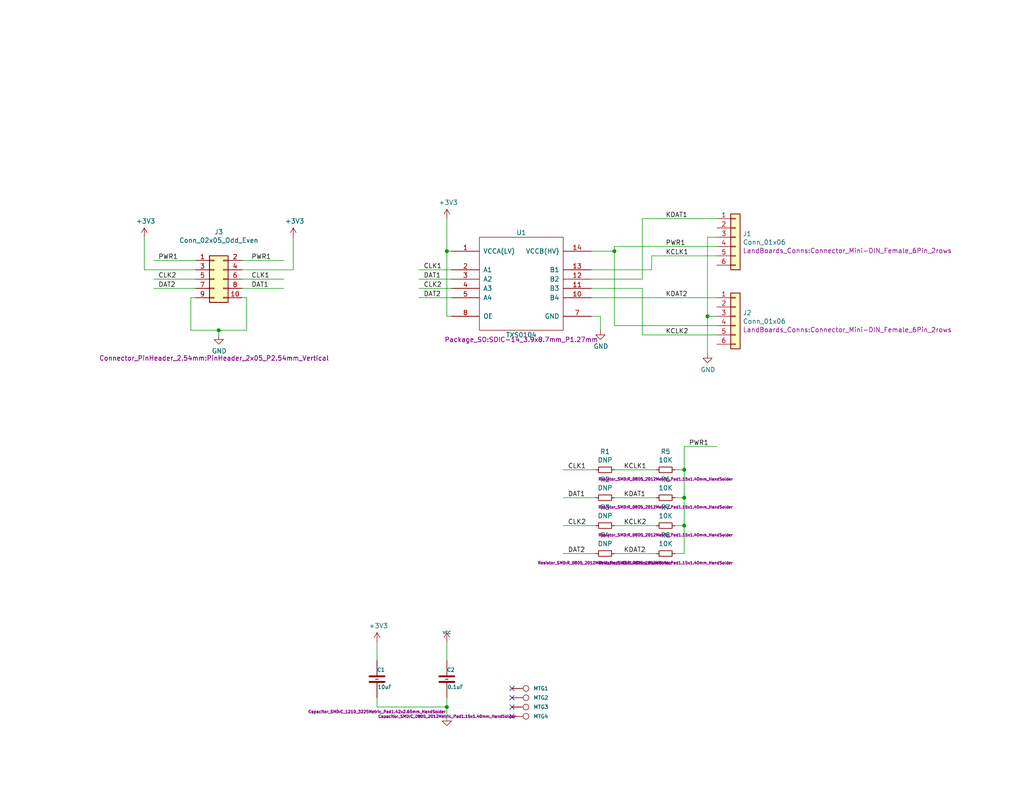
<source format=kicad_sch>
(kicad_sch (version 20211123) (generator eeschema)
  (paper "A")
  (title_block (title "PS2X49 Card") (date "2020-01-16") (rev "3") (company "land-boards.com") (comment 1 "Dual PS/2 connectors"))
  (lib_symbols
    (symbol "Connector_Generic:Conn_01x06" (pin_names (offset 1.016) hide)
      (property "Reference" "J" (at 0 7.62 0))
      (property "Value" "Conn_01x06" (at 0 -10.16 0))
      (symbol "Conn_01x06_1_1"
        (rectangle (start -1.27 -7.493) (end 0 -7.747) (stroke (width 0.1524)))
        (rectangle (start -1.27 -4.953) (end 0 -5.207) (stroke (width 0.1524)))
        (rectangle (start -1.27 -2.413) (end 0 -2.667) (stroke (width 0.1524)))
        (rectangle (start -1.27 0.127) (end 0 -0.127) (stroke (width 0.1524)))
        (rectangle (start -1.27 2.667) (end 0 2.413) (stroke (width 0.1524)))
        (rectangle (start -1.27 5.207) (end 0 4.953) (stroke (width 0.1524)))
        (rectangle (start -1.27 6.35) (end 1.27 -8.89) (stroke (width 0.254)) (fill (type background)))
        (pin passive line (at -5.08 5.08 0) (length 3.81) (name "Pin_1") (number "1"))
        (pin passive line (at -5.08 2.54 0) (length 3.81) (name "Pin_2") (number "2"))
        (pin passive line (at -5.08 0 0) (length 3.81) (name "Pin_3") (number "3"))
        (pin passive line (at -5.08 -2.54 0) (length 3.81) (name "Pin_4") (number "4"))
        (pin passive line (at -5.08 -5.08 0) (length 3.81) (name "Pin_5") (number "5"))
        (pin passive line (at -5.08 -7.62 0) (length 3.81) (name "Pin_6") (number "6"))
      )
    )
    (symbol "Connector_Generic:Conn_02x05_Odd_Even" (pin_names (offset 1.016) hide)
      (property "Reference" "J" (at 1.27 7.62 0))
      (property "Value" "Conn_02x05_Odd_Even" (at 1.27 -7.62 0))
      (symbol "Conn_02x05_Odd_Even_1_1"
        (rectangle (start -1.27 -4.953) (end 0 -5.207) (stroke (width 0.1524)))
        (rectangle (start -1.27 -2.413) (end 0 -2.667) (stroke (width 0.1524)))
        (rectangle (start -1.27 0.127) (end 0 -0.127) (stroke (width 0.1524)))
        (rectangle (start -1.27 2.667) (end 0 2.413) (stroke (width 0.1524)))
        (rectangle (start -1.27 5.207) (end 0 4.953) (stroke (width 0.1524)))
        (rectangle (start -1.27 6.35) (end 3.81 -6.35) (stroke (width 0.254)) (fill (type background)))
        (rectangle (start 3.81 -4.953) (end 2.54 -5.207) (stroke (width 0.1524)))
        (rectangle (start 3.81 -2.413) (end 2.54 -2.667) (stroke (width 0.1524)))
        (rectangle (start 3.81 0.127) (end 2.54 -0.127) (stroke (width 0.1524)))
        (rectangle (start 3.81 2.667) (end 2.54 2.413) (stroke (width 0.1524)))
        (rectangle (start 3.81 5.207) (end 2.54 4.953) (stroke (width 0.1524)))
        (pin passive line (at -5.08 5.08 0) (length 3.81) (name "Pin_1") (number "1"))
        (pin passive line (at 7.62 -5.08 180) (length 3.81) (name "Pin_10") (number "10"))
        (pin passive line (at 7.62 5.08 180) (length 3.81) (name "Pin_2") (number "2"))
        (pin passive line (at -5.08 2.54 0) (length 3.81) (name "Pin_3") (number "3"))
        (pin passive line (at 7.62 2.54 180) (length 3.81) (name "Pin_4") (number "4"))
        (pin passive line (at -5.08 0 0) (length 3.81) (name "Pin_5") (number "5"))
        (pin passive line (at 7.62 0 180) (length 3.81) (name "Pin_6") (number "6"))
        (pin passive line (at -5.08 -2.54 0) (length 3.81) (name "Pin_7") (number "7"))
        (pin passive line (at 7.62 -2.54 180) (length 3.81) (name "Pin_8") (number "8"))
        (pin passive line (at -5.08 -5.08 0) (length 3.81) (name "Pin_9") (number "9"))
      )
    )
    (symbol "Device:R_Small" (pin_numbers hide) (pin_names (offset 0.254) hide)
      (property "Reference" "R" (at 0.762 0.508 0))
      (property "Value" "R_Small" (at 0.762 -1.016 0))
      (symbol "R_Small_0_1"
        (rectangle (start -0.762 1.778) (end 0.762 -1.778) (stroke (width 0.2032)))
      )
      (symbol "R_Small_1_1"
        (pin passive line (at 0 2.54 270) (length 0.762) (name "~") (number "1"))
        (pin passive line (at 0 -2.54 90) (length 0.762) (name "~") (number "2"))
      )
    )
    (symbol "LandBoards_Semis:TXS0104" (pin_names (offset 1.016))
      (property "Reference" "U" (at -2.54 13.97 0))
      (property "Value" "TXS0104" (at -1.27 -13.97 0))
      (symbol "TXS0104_1_0"
        (rectangle (start -11.43 -12.7) (end 11.43 12.7))
      )
      (symbol "TXS0104_1_1"
        (pin passive line (at -19.05 8.89 0) (length 7.62) (name "VCCA(LV)") (number "1"))
        (pin bidirectional line (at 19.05 -3.81 180) (length 7.62) (name "B4") (number "10"))
        (pin bidirectional line (at 19.05 -1.27 180) (length 7.62) (name "B3") (number "11"))
        (pin bidirectional line (at 19.05 1.27 180) (length 7.62) (name "B2") (number "12"))
        (pin bidirectional line (at 19.05 3.81 180) (length 7.62) (name "B1") (number "13"))
        (pin passive line (at 19.05 8.89 180) (length 7.62) (name "VCCB(HV)") (number "14"))
        (pin bidirectional line (at -19.05 3.81 0) (length 7.62) (name "A1") (number "2"))
        (pin bidirectional line (at -19.05 1.27 0) (length 7.62) (name "A2") (number "3"))
        (pin bidirectional line (at -19.05 -1.27 0) (length 7.62) (name "A3") (number "4"))
        (pin bidirectional line (at -19.05 -3.81 0) (length 7.62) (name "A4") (number "5"))
        (pin passive line (at 19.05 -8.89 180) (length 7.62) (name "GND") (number "7"))
        (pin input line (at -19.05 -8.89 0) (length 7.62) (name "OE") (number "8"))
      )
    )
    (symbol "PS2X49-rescue:C-RESCUE-GRID49-GRID49-rescue" (pin_numbers hide) (pin_names (offset 0.254))
      (property "Reference" "C" (at 0 2.54 0))
      (property "Value" "C-RESCUE-GRID49-GRID49-rescue" (at 0.1524 -2.159 0))
      (symbol "C-RESCUE-GRID49-GRID49-rescue_0_1"
        (polyline (pts (xy -2.032 -0.762) (xy 2.032 -0.762)) (stroke (width 0.508)))
        (polyline (pts (xy -2.032 0.762) (xy 2.032 0.762)) (stroke (width 0.508)))
      )
      (symbol "C-RESCUE-GRID49-GRID49-rescue_1_1"
        (pin passive line (at 0 5.08 270) (length 4.318) (name "~") (number "1"))
        (pin passive line (at 0 -5.08 90) (length 4.318) (name "~") (number "2"))
      )
    )
    (symbol "PS2X49-rescue:CONN_1-GRID49-rescue" (pin_numbers hide) (pin_names (offset 0.762) hide)
      (property "Reference" "P" (at 2.032 0 0))
      (symbol "CONN_1-GRID49-rescue_0_1"
        (polyline (pts (xy -0.762 0) (xy -1.27 0)))
        (circle (center 0 0) (radius 0.7874))
      )
      (symbol "CONN_1-GRID49-rescue_1_1"
        (pin passive line (at -3.81 0 0) (length 2.54) (name "1") (number "1"))
      )
    )
    (symbol "PS2X49-rescue:GND-RESCUE-GRID49-GRID49-rescue" (power) (pin_names (offset 0))
      (symbol "GND-RESCUE-GRID49-GRID49-rescue_0_1"
        (polyline (pts (xy -1.27 0) (xy 0 -1.27) (xy 1.27 0) (xy -1.27 0)))
      )
      (symbol "GND-RESCUE-GRID49-GRID49-rescue_1_1"
        (pin power_in line (at 0 0 90) (length 0) hide (name "GND") (number "1"))
      )
    )
    (symbol "power:+3.3V" (power) (pin_names (offset 0))
      (property "Value" "+3.3V" (at 0 3.556 0))
      (symbol "+3.3V_0_1"
        (polyline (pts (xy -0.762 1.27) (xy 0 2.54)))
        (polyline (pts (xy 0 0) (xy 0 2.54)))
        (polyline (pts (xy 0 2.54) (xy 0.762 1.27)))
      )
      (symbol "+3.3V_1_1"
        (pin power_in line (at 0 0 90) (length 0) hide (name "+3V3") (number "1"))
      )
    )
    (symbol "power:GND" (power) (pin_names (offset 0))
      (property "Value" "GND" (at 0 -3.81 0))
      (symbol "GND_0_1"
        (polyline (pts (xy 0 0) (xy 0 -1.27) (xy 1.27 -1.27) (xy 0 -2.54) (xy -1.27 -1.27) (xy 0 -1.27)))
      )
      (symbol "GND_1_1"
        (pin power_in line (at 0 0 270) (length 0) hide (name "GND") (number "1"))
      )
    )
    (symbol "power:VCC" (power) (pin_names (offset 0))
      (property "Value" "VCC" (at 0 3.81 0))
      (symbol "VCC_0_1"
        (polyline (pts (xy -0.762 1.27) (xy 0 2.54)))
        (polyline (pts (xy 0 0) (xy 0 2.54)))
        (polyline (pts (xy 0 2.54) (xy 0.762 1.27)))
      )
      (symbol "VCC_1_1"
        (pin power_in line (at 0 0 90) (length 0) hide (name "VCC") (number "1"))
      )
    )
  )
  (junction (at 186.69 135.89))
  (junction (at 167.64 68.58))
  (junction (at 121.92 68.58))
  (junction (at 121.92 193.04))
  (junction (at 186.69 143.51))
  (junction (at 59.69 90.17))
  (junction (at 186.69 128.27))
  (junction (at 193.04 86.36))
  (no_connect (at 139.7 187.96))
  (no_connect (at 139.7 195.58))
  (no_connect (at 139.7 193.04))
  (no_connect (at 139.7 190.5))
  (wire (pts (xy 121.92 175.26) (xy 121.92 180.34)))
  (wire (pts (xy 184.15 151.13) (xy 186.69 151.13)))
  (wire (pts (xy 153.67 143.51) (xy 162.56 143.51)))
  (wire (pts (xy 193.04 64.77) (xy 193.04 86.36)))
  (wire (pts (xy 186.69 135.89) (xy 186.69 128.27)))
  (wire (pts (xy 66.04 73.66) (xy 80.01 73.66)))
  (wire (pts (xy 161.29 73.66) (xy 177.8 73.66)))
  (wire (pts (xy 167.64 135.89) (xy 179.07 135.89)))
  (wire (pts (xy 161.29 76.2) (xy 175.26 76.2)))
  (wire (pts (xy 163.83 86.36) (xy 163.83 90.17)))
  (wire (pts (xy 66.04 76.2) (xy 77.47 76.2)))
  (wire (pts (xy 53.34 71.12) (xy 41.91 71.12)))
  (wire (pts (xy 39.37 64.77) (xy 39.37 73.66)))
  (wire (pts (xy 177.8 73.66) (xy 177.8 69.85)))
  (wire (pts (xy 175.26 76.2) (xy 175.26 59.69)))
  (wire (pts (xy 102.87 190.5) (xy 102.87 193.04)))
  (wire (pts (xy 80.01 73.66) (xy 80.01 64.77)))
  (wire (pts (xy 59.69 90.17) (xy 59.69 91.44)))
  (wire (pts (xy 153.67 128.27) (xy 162.56 128.27)))
  (wire (pts (xy 53.34 81.28) (xy 52.07 81.28)))
  (wire (pts (xy 195.58 86.36) (xy 193.04 86.36)))
  (wire (pts (xy 121.92 68.58) (xy 121.92 59.69)))
  (wire (pts (xy 177.8 69.85) (xy 195.58 69.85)))
  (wire (pts (xy 67.31 90.17) (xy 67.31 81.28)))
  (wire (pts (xy 66.04 78.74) (xy 77.47 78.74)))
  (wire (pts (xy 41.91 78.74) (xy 53.34 78.74)))
  (wire (pts (xy 114.3 81.28) (xy 123.19 81.28)))
  (wire (pts (xy 121.92 68.58) (xy 123.19 68.58)))
  (wire (pts (xy 175.26 78.74) (xy 175.26 91.44)))
  (wire (pts (xy 186.69 128.27) (xy 186.69 121.92)))
  (wire (pts (xy 59.69 90.17) (xy 67.31 90.17)))
  (wire (pts (xy 102.87 175.26) (xy 102.87 180.34)))
  (wire (pts (xy 167.64 88.9) (xy 195.58 88.9)))
  (wire (pts (xy 195.58 64.77) (xy 193.04 64.77)))
  (wire (pts (xy 161.29 78.74) (xy 175.26 78.74)))
  (wire (pts (xy 52.07 81.28) (xy 52.07 90.17)))
  (wire (pts (xy 186.69 143.51) (xy 186.69 135.89)))
  (wire (pts (xy 53.34 73.66) (xy 39.37 73.66)))
  (wire (pts (xy 114.3 78.74) (xy 123.19 78.74)))
  (wire (pts (xy 114.3 76.2) (xy 123.19 76.2)))
  (wire (pts (xy 77.47 71.12) (xy 66.04 71.12)))
  (wire (pts (xy 167.64 143.51) (xy 179.07 143.51)))
  (wire (pts (xy 161.29 81.28) (xy 195.58 81.28)))
  (wire (pts (xy 153.67 151.13) (xy 162.56 151.13)))
  (wire (pts (xy 175.26 59.69) (xy 195.58 59.69)))
  (wire (pts (xy 186.69 151.13) (xy 186.69 143.51)))
  (wire (pts (xy 121.92 190.5) (xy 121.92 193.04)))
  (wire (pts (xy 121.92 68.58) (xy 121.92 86.36)))
  (wire (pts (xy 161.29 86.36) (xy 163.83 86.36)))
  (wire (pts (xy 167.64 68.58) (xy 167.64 88.9)))
  (wire (pts (xy 153.67 135.89) (xy 162.56 135.89)))
  (wire (pts (xy 175.26 91.44) (xy 195.58 91.44)))
  (wire (pts (xy 41.91 76.2) (xy 53.34 76.2)))
  (wire (pts (xy 184.15 128.27) (xy 186.69 128.27)))
  (wire (pts (xy 114.3 73.66) (xy 123.19 73.66)))
  (wire (pts (xy 184.15 135.89) (xy 186.69 135.89)))
  (wire (pts (xy 167.64 67.31) (xy 167.64 68.58)))
  (wire (pts (xy 121.92 193.04) (xy 121.92 196.85)))
  (wire (pts (xy 121.92 86.36) (xy 123.19 86.36)))
  (wire (pts (xy 161.29 68.58) (xy 167.64 68.58)))
  (wire (pts (xy 102.87 193.04) (xy 121.92 193.04)))
  (wire (pts (xy 167.64 151.13) (xy 179.07 151.13)))
  (wire (pts (xy 167.64 67.31) (xy 195.58 67.31)))
  (wire (pts (xy 186.69 121.92) (xy 195.58 121.92)))
  (wire (pts (xy 167.64 128.27) (xy 179.07 128.27)))
  (wire (pts (xy 184.15 143.51) (xy 186.69 143.51)))
  (wire (pts (xy 52.07 90.17) (xy 59.69 90.17)))
  (wire (pts (xy 67.31 81.28) (xy 66.04 81.28)))
  (wire (pts (xy 193.04 86.36) (xy 193.04 96.52)))
  (label "CLK2" (at 115.57 78.74 0))
  (label "DAT1" (at 154.94 135.89 0))
  (label "KCLK1" (at 170.18 128.27 0))
  (label "CLK1" (at 115.57 73.66 0))
  (label "DAT2" (at 154.94 151.13 0))
  (label "KDAT1" (at 181.61 59.69 0))
  (label "DAT1" (at 115.57 76.2 0))
  (label "PWR1" (at 181.61 67.31 0))
  (label "KCLK2" (at 181.61 91.44 0))
  (label "KDAT2" (at 181.61 81.28 0))
  (label "CLK1" (at 154.94 128.27 0))
  (label "CLK2" (at 154.94 143.51 0))
  (label "DAT2" (at 115.57 81.28 0))
  (label "DAT2" (at 43.18 78.74 0))
  (label "CLK2" (at 43.18 76.2 0))
  (label "KDAT1" (at 170.18 135.89 0))
  (label "KCLK1" (at 181.61 69.85 0))
  (label "DAT1" (at 68.58 78.74 0))
  (label "PWR1" (at 68.58 71.12 0))
  (label "KDAT2" (at 170.18 151.13 0))
  (label "KCLK2" (at 170.18 143.51 0))
  (label "PWR1" (at 43.18 71.12 0))
  (label "PWR1" (at 187.96 121.92 0))
  (label "CLK1" (at 68.58 76.2 0))
  (symbol (lib_id "PS2X49-rescue:GND-RESCUE-GRID49-GRID49-rescue") (at 121.92 196.85 0) (unit 1)
    (property "Reference" "#PWR02" (effects hide))
    (property "Value" "GND" (effects hide))
  )
  (symbol (lib_id "power:VCC") (at 121.92 175.26 0) (unit 1)
    (property "Reference" "#PWR01" (effects hide))
    (property "Value" "VCC" (at 121.92 172.72 0) (effects (font (size 0.762 0.762))))
  )
  (symbol (lib_id "PS2X49-rescue:CONN_1-GRID49-rescue") (at 143.51 187.96 0) (unit 1)
    (property "Reference" "MTG1" (at 145.542 187.96 0) (effects (font (size 1.016 1.016)) (justify left)))
    (property "Value" "CONN_1" (effects hide))
    (property "Footprint" "MTG-4-40" (effects hide))
  )
  (symbol (lib_id "PS2X49-rescue:CONN_1-GRID49-rescue") (at 143.51 190.5 0) (unit 1)
    (property "Reference" "MTG2" (at 145.542 190.5 0) (effects (font (size 1.016 1.016)) (justify left)))
    (property "Value" "CONN_1" (effects hide))
    (property "Footprint" "MTG-4-40" (effects hide))
  )
  (symbol (lib_id "PS2X49-rescue:CONN_1-GRID49-rescue") (at 143.51 195.58 0) (unit 1)
    (property "Reference" "MTG4" (at 145.542 195.58 0) (effects (font (size 1.016 1.016)) (justify left)))
    (property "Value" "CONN_1" (effects hide))
    (property "Footprint" "MTG-4-40" (effects hide))
  )
  (symbol (lib_id "PS2X49-rescue:CONN_1-GRID49-rescue") (at 143.51 193.04 0) (unit 1)
    (property "Reference" "MTG3" (at 145.542 193.04 0) (effects (font (size 1.016 1.016)) (justify left)))
    (property "Value" "CONN_1" (effects hide))
    (property "Footprint" "MTG-4-40" (effects hide))
  )
  (symbol (lib_id "PS2X49-rescue:C-RESCUE-GRID49-GRID49-rescue") (at 102.87 185.42 0) (unit 1)
    (property "Reference" "C1" (at 102.87 182.88 0) (effects (font (size 1.016 1.016)) (justify left)))
    (property "Value" "10uF" (at 103.0224 187.579 0) (effects (font (size 1.016 1.016)) (justify left)))
    (property "Footprint" "Capacitor_SMD:C_1210_3225Metric_Pad1.42x2.65mm_HandSolder" (at 102.87 194.31 0) (effects (font (size 0.762 0.762))))
    (property "Datasheet" "~" (at 102.87 185.42 0) (effects (font (size 1.524 1.524))))
  )
  (symbol (lib_id "Connector_Generic:Conn_01x06") (at 200.66 64.77 0) (unit 1)
    (property "Reference" "J1" (at 202.6666 63.8302 0) (effects (justify left)))
    (property "Value" "Conn_01x06" (at 202.6666 66.1416 0) (effects (justify left)))
    (property "Footprint" "LandBoards_Conns:Connector_Mini-DIN_Female_6Pin_2rows" (at 202.6666 68.453 0) (effects (justify left)))
  )
  (symbol (lib_id "Connector_Generic:Conn_01x06") (at 200.66 86.36 0) (unit 1)
    (property "Reference" "J2" (at 202.6666 85.4202 0) (effects (justify left)))
    (property "Value" "Conn_01x06" (at 202.6666 87.7316 0) (effects (justify left)))
    (property "Footprint" "LandBoards_Conns:Connector_Mini-DIN_Female_6Pin_2rows" (at 202.6666 90.043 0) (effects (justify left)))
  )
  (symbol (lib_id "power:GND") (at 59.69 91.44 0) (unit 1)
    (property "Reference" "#PWR0101" (effects hide))
    (property "Value" "GND" (at 59.817 95.8342 0))
  )
  (symbol (lib_id "power:GND") (at 193.04 96.52 0) (unit 1)
    (property "Reference" "#PWR0103" (effects hide))
    (property "Value" "GND" (at 193.167 100.9142 0))
  )
  (symbol (lib_id "Connector_Generic:Conn_02x05_Odd_Even") (at 58.42 76.2 0) (unit 1)
    (property "Reference" "J3" (at 59.69 63.3222 0))
    (property "Value" "Conn_02x05_Odd_Even" (at 59.69 65.6336 0))
    (property "Footprint" "Connector_PinHeader_2.54mm:PinHeader_2x05_P2.54mm_Vertical" (at 58.42 97.79 0))
  )
  (symbol (lib_id "LandBoards_Semis:TXS0104") (at 142.24 77.47 0) (unit 1)
    (property "Reference" "U1" (at 142.24 63.5 0))
    (property "Value" "TXS0104" (at 142.24 91.44 0))
    (property "Footprint" "Package_SO:SOIC-14_3.9x8.7mm_P1.27mm" (at 142.24 92.71 0))
    (property "Datasheet" "http://www.ti.com/lit/ds/symlink/txs0104e.pdf" (effects hide))
  )
  (symbol (lib_id "power:GND") (at 163.83 90.17 0) (unit 1)
    (property "Reference" "#PWR0105" (effects hide))
    (property "Value" "GND" (at 163.957 94.5642 0))
  )
  (symbol (lib_id "power:+3.3V") (at 80.01 64.77 0) (unit 1)
    (property "Reference" "#PWR0108" (effects hide))
    (property "Value" "+3.3V" (at 80.391 60.3758 0))
  )
  (symbol (lib_id "power:+3.3V") (at 39.37 64.77 0) (unit 1)
    (property "Reference" "#PWR0109" (effects hide))
    (property "Value" "+3.3V" (at 39.751 60.3758 0))
  )
  (symbol (lib_id "power:+3.3V") (at 121.92 59.69 0) (unit 1)
    (property "Reference" "#PWR0110" (effects hide))
    (property "Value" "+3.3V" (at 122.301 55.2958 0))
  )
  (symbol (lib_id "power:+3.3V") (at 102.87 175.26 0) (unit 1)
    (property "Reference" "#PWR0113" (effects hide))
    (property "Value" "+3.3V" (at 103.251 170.8658 0))
  )
  (symbol (lib_id "Device:R_Small") (at 165.1 128.27 270) (unit 1)
    (property "Reference" "R1" (at 165.1 123.2916 90))
    (property "Value" "DNP" (at 165.1 125.603 90))
    (property "Footprint" "Resistor_SMD:R_0805_2012Metric_Pad1.15x1.40mm_HandSolder" (effects hide))
  )
  (symbol (lib_id "Device:R_Small") (at 165.1 135.89 270) (unit 1)
    (property "Reference" "R2" (at 165.1 130.9116 90))
    (property "Value" "DNP" (at 165.1 133.223 90))
    (property "Footprint" "Resistor_SMD:R_0805_2012Metric_Pad1.15x1.40mm_HandSolder" (effects hide))
  )
  (symbol (lib_id "Device:R_Small") (at 165.1 143.51 270) (unit 1)
    (property "Reference" "R3" (at 165.1 138.5316 90))
    (property "Value" "DNP" (at 165.1 140.843 90))
    (property "Footprint" "Resistor_SMD:R_0805_2012Metric_Pad1.15x1.40mm_HandSolder" (effects hide))
  )
  (symbol (lib_id "Device:R_Small") (at 165.1 151.13 270) (unit 1)
    (property "Reference" "R4" (at 165.1 146.1516 90))
    (property "Value" "DNP" (at 165.1 148.463 90))
    (property "Footprint" "Resistor_SMD:R_0805_2012Metric_Pad1.15x1.40mm_HandSolder" (at 165.1 153.67 90) (effects (font (size 0.762 0.762))))
  )
  (symbol (lib_id "PS2X49-rescue:C-RESCUE-GRID49-GRID49-rescue") (at 121.92 185.42 0) (unit 1)
    (property "Reference" "C2" (at 121.92 182.88 0) (effects (font (size 1.016 1.016)) (justify left)))
    (property "Value" "0.1uF" (at 122.0724 187.579 0) (effects (font (size 1.016 1.016)) (justify left)))
    (property "Footprint" "Capacitor_SMD:C_0805_2012Metric_Pad1.15x1.40mm_HandSolder" (at 121.92 195.58 0) (effects (font (size 0.762 0.762))))
    (property "Datasheet" "~" (at 121.92 185.42 0) (effects (font (size 1.524 1.524))))
  )
  (symbol (lib_id "Device:R_Small") (at 181.61 151.13 270) (unit 1)
    (property "Reference" "R8" (at 181.61 146.1516 90))
    (property "Value" "10K" (at 181.61 148.463 90))
    (property "Footprint" "Resistor_SMD:R_0805_2012Metric_Pad1.15x1.40mm_HandSolder" (at 181.61 153.67 90) (effects (font (size 0.762 0.762))))
  )
  (symbol (lib_id "Device:R_Small") (at 181.61 143.51 270) (unit 1)
    (property "Reference" "R7" (at 181.61 138.5316 90))
    (property "Value" "10K" (at 181.61 140.843 90))
    (property "Footprint" "Resistor_SMD:R_0805_2012Metric_Pad1.15x1.40mm_HandSolder" (at 181.61 146.05 90) (effects (font (size 0.762 0.762))))
  )
  (symbol (lib_id "Device:R_Small") (at 181.61 135.89 270) (unit 1)
    (property "Reference" "R6" (at 181.61 130.9116 90))
    (property "Value" "10K" (at 181.61 133.223 90))
    (property "Footprint" "Resistor_SMD:R_0805_2012Metric_Pad1.15x1.40mm_HandSolder" (at 181.61 138.43 90) (effects (font (size 0.762 0.762))))
  )
  (symbol (lib_id "Device:R_Small") (at 181.61 128.27 270) (unit 1)
    (property "Reference" "R5" (at 181.61 123.2916 90))
    (property "Value" "10K" (at 181.61 125.603 90))
    (property "Footprint" "Resistor_SMD:R_0805_2012Metric_Pad1.15x1.40mm_HandSolder" (at 181.61 130.81 90) (effects (font (size 0.762 0.762))))
  )
)
</source>
